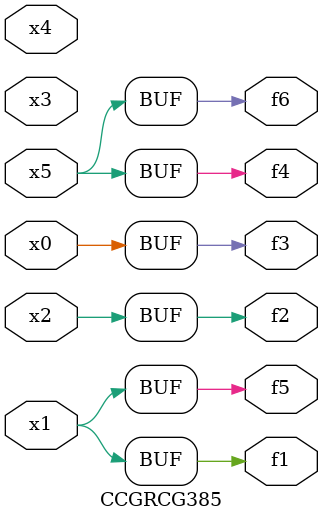
<source format=v>
module CCGRCG385(
	input x0, x1, x2, x3, x4, x5,
	output f1, f2, f3, f4, f5, f6
);
	assign f1 = x1;
	assign f2 = x2;
	assign f3 = x0;
	assign f4 = x5;
	assign f5 = x1;
	assign f6 = x5;
endmodule

</source>
